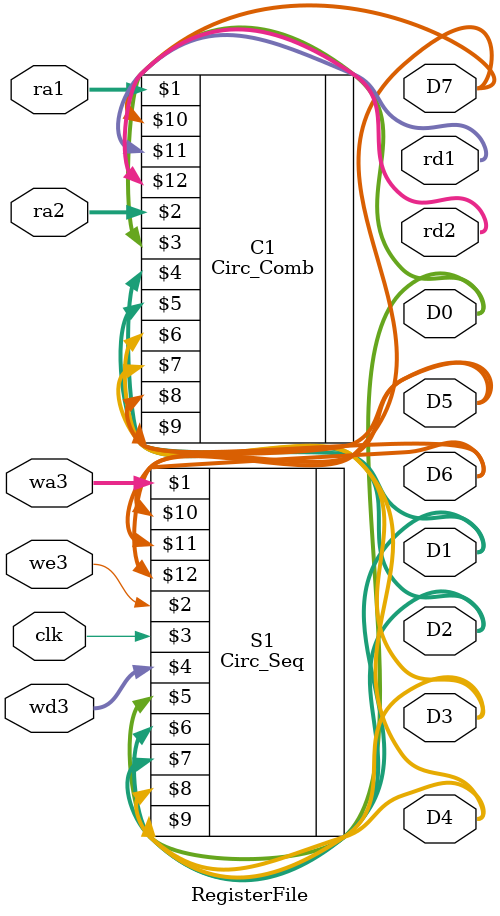
<source format=v>
`default_nettype none //Comando para desabilitar declaração automática de wires
module Mod_Teste (
//Clocks
input CLOCK_27, CLOCK_50,
//Chaves e Botoes
input [3:0] KEY,
input [17:0] SW,
//Displays de 7 seg e LEDs
output [0:6] HEX0, HEX1, HEX2, HEX3, HEX4, HEX5, HEX6, HEX7,
output [8:0] LEDG,
output [17:0] LEDR,
//Serial
output UART_TXD,
input UART_RXD,
inout [7:0] LCD_DATA,
output LCD_ON, LCD_BLON, LCD_RW, LCD_EN, LCD_RS,
//GPIO
inout [35:0] GPIO_0, GPIO_1
);
assign GPIO_1 = 36'hzzzzzzzzz;
assign GPIO_0 = 36'hzzzzzzzzz;
assign LCD_ON = 1'b1;
assign LCD_BLON = 1'b1;
wire [7:0] w_d0x0, w_d0x1, w_d0x2, w_d0x3, w_d0x4, w_d0x5,
w_d1x0, w_d1x1, w_d1x2, w_d1x3, w_d1x4, w_d1x5;
LCD_TEST MyLCD (
.iCLK ( CLOCK_50 ),
.iRST_N ( KEY[0] ),
.d0x0(w_d0x0),.d0x1(w_d0x1),.d0x2(w_d0x2),.d0x3(w_d0x3),.d0x4(w_d0x4),.d0x5(w_d0x5),
.d1x0(w_d1x0),.d1x1(w_d1x1),.d1x2(w_d1x2),.d1x3(w_d1x3),.d1x4(w_d1x4),.d1x5(w_d1x5),
.LCD_DATA( LCD_DATA ),
.LCD_RW ( LCD_RW ),
.LCD_EN ( LCD_EN ),
.LCD_RS ( LCD_RS )
);

wire [7:0] w_PCp1, w_PC, w_rd1SrcA, w_rd2, w_SrcB, w_ULAResultWd3;
wire [31:0] w_Inst;
wire w_ULASrc, w_RegWrite, w_RegDst;
wire [2:0] w_ULAControl, w_wa3;
wire CLK = KEY[0];

Adder1 A1 (.Ent(w_PC), .Saida(w_PCp1));
PC mPC (.clk(CLK),.PCin(w_PCp1), .PC(w_PC));
Instr_Mem mMem (.A(w_PC), .RD(w_Inst));		

Uni_Controle mUC (.OP(w_Inst[31:26]), .Funct(w_Inst[5:0]), 
						.RegWrite(w_RegWrite), .RegDst(w_RegDst), .ULASrc(w_ULASrc), .Branch(), .MemWrite(), .MemtoReg(), .Jump(), .ULAControl(w_ULAControl));

RegisterFile mReg (.wa3(w_wa3), .ra1(w_Inst[25:21]), .ra2(w_Inst[20:16]), .wd3(w_ULAResultWd3), .we3(w_RegWrite), .clk(CLK),
						 .rd1(w_rd1SrcA), .rd2(w_rd2), .D0(w_d0x0), .D1(w_d0x1), .D2(w_d0x2), .D3(w_d0x3), .D4(w_d1x0), .D5(w_d1x1), .D6(w_d1x2), .D7(w_d1x3));

MuxULASrc M1 (.Ent0(w_rd2), .Ent1(w_Inst[7:0]), .S(w_ULASrc), .SrcB(w_SrcB));
MuxWR M2 (.Ent0(w_Inst[20:16]), .Ent1(w_Inst[15:11]), .S(w_RegDst), .SrcB(w_wa3));
ULA U1 (.SrcA(w_rd1SrcA), .SrcB(w_SrcB), .ULAControl(w_ULAControl), .ULAResult(w_ULAResultWd3), .flagZ(LEDG[0]));


assign LEDG[8] = ~KEY[0];
assign w_d0x4 = w_PC;
//assign LEDR[0] = ;
//assign LEDR[1] = ;
//assign LEDR[2] = ;
//assign LEDR[3] = ;
assign LEDR[6:4] = w_ULAControl;
assign LEDR[7] = w_ULASrc;
assign LEDR[8] = w_RegDst;
assign LEDR[9] = w_RegWrite;
assign w_d1x4 = w_wa3;

endmodule

module RegisterFile (input [2:0] wa3, ra1, ra2, input[7:0]wd3, input we3, clk, output [7:0] rd1,rd2, D0, D1, D2, D3, D4, D5, D6, D7);
	Circ_Seq S1(wa3, we3, clk, wd3, D0, D1, D2, D3, D4, D5, D6, D7);
	Circ_Comb C1(ra1, ra2, D0, D1, D2, D3, D4, D5, D6, D7, rd1, rd2);
endmodule	

</source>
